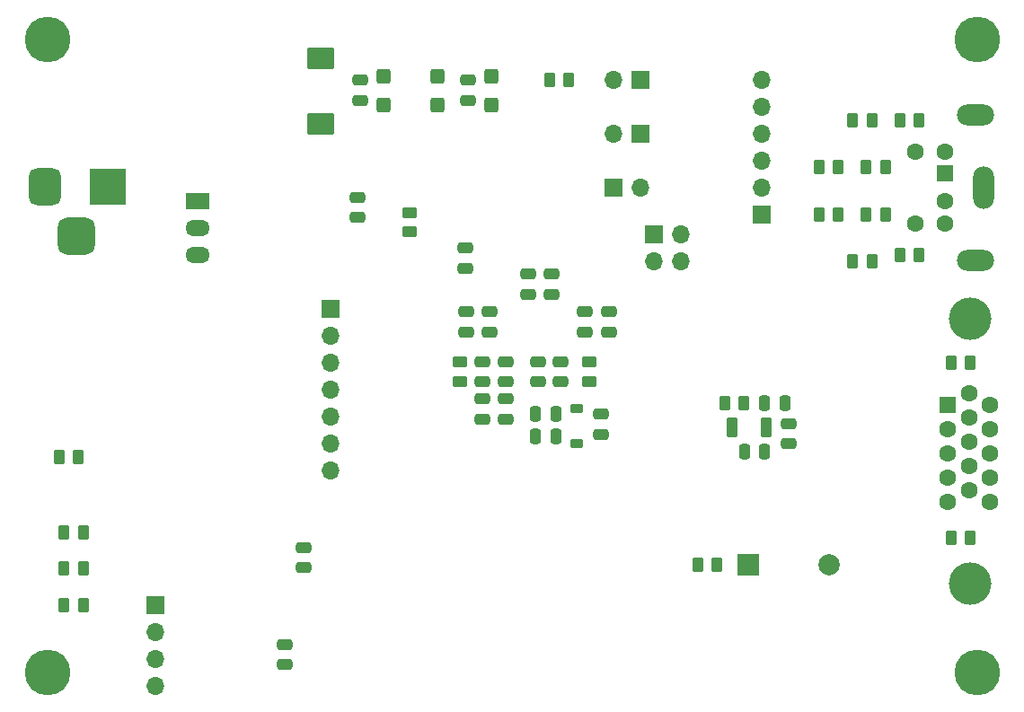
<source format=gbr>
%TF.GenerationSoftware,KiCad,Pcbnew,7.0.9-7.0.9~ubuntu20.04.1*%
%TF.CreationDate,2024-02-02T11:04:46+00:00*%
%TF.ProjectId,ICE40UPDevBoard,49434534-3055-4504-9465-76426f617264,rev?*%
%TF.SameCoordinates,Original*%
%TF.FileFunction,Soldermask,Bot*%
%TF.FilePolarity,Negative*%
%FSLAX46Y46*%
G04 Gerber Fmt 4.6, Leading zero omitted, Abs format (unit mm)*
G04 Created by KiCad (PCBNEW 7.0.9-7.0.9~ubuntu20.04.1) date 2024-02-02 11:04:46*
%MOMM*%
%LPD*%
G01*
G04 APERTURE LIST*
G04 Aperture macros list*
%AMRoundRect*
0 Rectangle with rounded corners*
0 $1 Rounding radius*
0 $2 $3 $4 $5 $6 $7 $8 $9 X,Y pos of 4 corners*
0 Add a 4 corners polygon primitive as box body*
4,1,4,$2,$3,$4,$5,$6,$7,$8,$9,$2,$3,0*
0 Add four circle primitives for the rounded corners*
1,1,$1+$1,$2,$3*
1,1,$1+$1,$4,$5*
1,1,$1+$1,$6,$7*
1,1,$1+$1,$8,$9*
0 Add four rect primitives between the rounded corners*
20,1,$1+$1,$2,$3,$4,$5,0*
20,1,$1+$1,$4,$5,$6,$7,0*
20,1,$1+$1,$6,$7,$8,$9,0*
20,1,$1+$1,$8,$9,$2,$3,0*%
G04 Aperture macros list end*
%ADD10C,4.300000*%
%ADD11R,1.700000X1.700000*%
%ADD12O,1.700000X1.700000*%
%ADD13R,2.300000X1.500000*%
%ADD14O,2.300000X1.500000*%
%ADD15R,1.600000X1.600000*%
%ADD16C,1.600000*%
%ADD17O,3.500000X2.000000*%
%ADD18O,2.000000X4.000000*%
%ADD19R,2.000000X2.000000*%
%ADD20C,2.000000*%
%ADD21R,3.500000X3.500000*%
%ADD22RoundRect,0.750000X-0.750000X-1.000000X0.750000X-1.000000X0.750000X1.000000X-0.750000X1.000000X0*%
%ADD23RoundRect,0.875000X-0.875000X-0.875000X0.875000X-0.875000X0.875000X0.875000X-0.875000X0.875000X0*%
%ADD24C,4.000000*%
%ADD25RoundRect,0.250000X-0.262500X-0.450000X0.262500X-0.450000X0.262500X0.450000X-0.262500X0.450000X0*%
%ADD26RoundRect,0.250000X-0.475000X0.250000X-0.475000X-0.250000X0.475000X-0.250000X0.475000X0.250000X0*%
%ADD27RoundRect,0.250000X0.475000X-0.250000X0.475000X0.250000X-0.475000X0.250000X-0.475000X-0.250000X0*%
%ADD28RoundRect,0.250000X0.425000X-0.450000X0.425000X0.450000X-0.425000X0.450000X-0.425000X-0.450000X0*%
%ADD29RoundRect,0.225000X0.375000X-0.225000X0.375000X0.225000X-0.375000X0.225000X-0.375000X-0.225000X0*%
%ADD30RoundRect,0.250000X0.262500X0.450000X-0.262500X0.450000X-0.262500X-0.450000X0.262500X-0.450000X0*%
%ADD31RoundRect,0.250000X0.450000X-0.262500X0.450000X0.262500X-0.450000X0.262500X-0.450000X-0.262500X0*%
%ADD32RoundRect,0.250000X-0.425000X0.450000X-0.425000X-0.450000X0.425000X-0.450000X0.425000X0.450000X0*%
%ADD33RoundRect,0.250000X0.275000X0.700000X-0.275000X0.700000X-0.275000X-0.700000X0.275000X-0.700000X0*%
%ADD34RoundRect,0.250000X0.250000X0.475000X-0.250000X0.475000X-0.250000X-0.475000X0.250000X-0.475000X0*%
%ADD35RoundRect,0.250000X-0.450000X0.262500X-0.450000X-0.262500X0.450000X-0.262500X0.450000X0.262500X0*%
%ADD36RoundRect,0.250000X1.025000X-0.787500X1.025000X0.787500X-1.025000X0.787500X-1.025000X-0.787500X0*%
%ADD37RoundRect,0.250000X-0.250000X-0.475000X0.250000X-0.475000X0.250000X0.475000X-0.250000X0.475000X0*%
G04 APERTURE END LIST*
D10*
%TO.C,H3*%
X156210000Y-130810000D03*
%TD*%
D11*
%TO.C,J4*%
X212090000Y-80010000D03*
D12*
X209550000Y-80010000D03*
%TD*%
D11*
%TO.C,J7*%
X223520000Y-87630000D03*
D12*
X223520000Y-85090000D03*
X223520000Y-82550000D03*
X223520000Y-80010000D03*
X223520000Y-77470000D03*
X223520000Y-74930000D03*
%TD*%
D11*
%TO.C,J8*%
X182880000Y-96520000D03*
D12*
X182880000Y-99060000D03*
X182880000Y-101600000D03*
X182880000Y-104140000D03*
X182880000Y-106680000D03*
X182880000Y-109220000D03*
X182880000Y-111760000D03*
%TD*%
D13*
%TO.C,U8*%
X170419500Y-86360000D03*
D14*
X170419500Y-88900000D03*
X170419500Y-91440000D03*
%TD*%
D11*
%TO.C,J5*%
X212095000Y-74930000D03*
D12*
X209555000Y-74930000D03*
%TD*%
D10*
%TO.C,H2*%
X156210000Y-71120000D03*
%TD*%
D15*
%TO.C,J3*%
X240825000Y-83790000D03*
D16*
X240825000Y-86390000D03*
X240825000Y-81690000D03*
X240825000Y-88490000D03*
X238025000Y-81690000D03*
X238025000Y-88490000D03*
D17*
X243675000Y-91940000D03*
D18*
X244475000Y-85090000D03*
D17*
X243675000Y-78240000D03*
%TD*%
D19*
%TO.C,SP1*%
X222270000Y-120650000D03*
D20*
X229870000Y-120650000D03*
%TD*%
D21*
%TO.C,CON2*%
X161956000Y-85021500D03*
D22*
X155956000Y-85021500D03*
D23*
X158956000Y-89721500D03*
%TD*%
D10*
%TO.C,H1*%
X243840000Y-71120000D03*
%TD*%
%TO.C,H4*%
X243840000Y-130810000D03*
%TD*%
D11*
%TO.C,J1*%
X209550000Y-85090000D03*
D12*
X212090000Y-85090000D03*
%TD*%
D11*
%TO.C,J6*%
X213360000Y-89535000D03*
D12*
X215900000Y-89535000D03*
X213360000Y-92075000D03*
X215900000Y-92075000D03*
%TD*%
D11*
%TO.C,J9*%
X166370000Y-124460000D03*
D12*
X166370000Y-127000000D03*
X166370000Y-129540000D03*
X166370000Y-132080000D03*
%TD*%
D24*
%TO.C,J2*%
X243160669Y-122434669D03*
X243160669Y-97434669D03*
D15*
X241110669Y-105619669D03*
D16*
X241110669Y-107909669D03*
X241110669Y-110199669D03*
X241110669Y-112489669D03*
X241110669Y-114779669D03*
X243090669Y-104474669D03*
X243090669Y-106764669D03*
X243090669Y-109054669D03*
X243090669Y-111344669D03*
X243090669Y-113634669D03*
X245070669Y-105619669D03*
X245070669Y-107909669D03*
X245070669Y-110199669D03*
X245070669Y-112489669D03*
X245070669Y-114779669D03*
%TD*%
D25*
%TO.C,R21*%
X203557500Y-74930000D03*
X205382500Y-74930000D03*
%TD*%
D26*
%TO.C,C24*%
X185420000Y-86045000D03*
X185420000Y-87945000D03*
%TD*%
D25*
%TO.C,R10*%
X241403500Y-118110000D03*
X243228500Y-118110000D03*
%TD*%
D27*
%TO.C,C16*%
X201549000Y-95184000D03*
X201549000Y-93284000D03*
%TD*%
D28*
%TO.C,C19*%
X193015000Y-77310000D03*
X193015000Y-74610000D03*
%TD*%
D29*
%TO.C,D1*%
X206121000Y-109219000D03*
X206121000Y-105919000D03*
%TD*%
D25*
%TO.C,R12*%
X233402500Y-87630000D03*
X235227500Y-87630000D03*
%TD*%
D27*
%TO.C,C26*%
X195707000Y-98740000D03*
X195707000Y-96840000D03*
%TD*%
D26*
%TO.C,C2*%
X195834000Y-74996000D03*
X195834000Y-76896000D03*
%TD*%
D30*
%TO.C,R28*%
X159599000Y-121031000D03*
X157774000Y-121031000D03*
%TD*%
D31*
%TO.C,R20*%
X190373000Y-89304500D03*
X190373000Y-87479500D03*
%TD*%
D26*
%TO.C,C18*%
X185674000Y-74996000D03*
X185674000Y-76896000D03*
%TD*%
D32*
%TO.C,C1*%
X187935000Y-74610000D03*
X187935000Y-77310000D03*
%TD*%
D26*
%TO.C,C21*%
X226060000Y-107381000D03*
X226060000Y-109281000D03*
%TD*%
D27*
%TO.C,C10*%
X197227000Y-106929000D03*
X197227000Y-105029000D03*
%TD*%
D30*
%TO.C,R16*%
X230782500Y-83185000D03*
X228957500Y-83185000D03*
%TD*%
D26*
%TO.C,C9*%
X195580000Y-90810000D03*
X195580000Y-92710000D03*
%TD*%
D33*
%TO.C,FB1*%
X223952000Y-107696000D03*
X220802000Y-107696000D03*
%TD*%
D30*
%TO.C,R14*%
X230782500Y-87630000D03*
X228957500Y-87630000D03*
%TD*%
D32*
%TO.C,C3*%
X198095000Y-74610000D03*
X198095000Y-77310000D03*
%TD*%
D26*
%TO.C,C27*%
X180340000Y-119065000D03*
X180340000Y-120965000D03*
%TD*%
D34*
%TO.C,C7*%
X204150000Y-106426000D03*
X202250000Y-106426000D03*
%TD*%
D30*
%TO.C,R17*%
X235227500Y-83185000D03*
X233402500Y-83185000D03*
%TD*%
D27*
%TO.C,C23*%
X203708000Y-95184000D03*
X203708000Y-93284000D03*
%TD*%
D26*
%TO.C,C28*%
X178640000Y-128209000D03*
X178640000Y-130109000D03*
%TD*%
D34*
%TO.C,C20*%
X225740000Y-105410000D03*
X223840000Y-105410000D03*
%TD*%
D27*
%TO.C,C5*%
X206883000Y-98740000D03*
X206883000Y-96840000D03*
%TD*%
%TO.C,C4*%
X209169000Y-98740000D03*
X209169000Y-96840000D03*
%TD*%
D35*
%TO.C,R5*%
X195072000Y-101576500D03*
X195072000Y-103401500D03*
%TD*%
D27*
%TO.C,C25*%
X197866000Y-98740000D03*
X197866000Y-96840000D03*
%TD*%
%TO.C,C6*%
X208407000Y-108392000D03*
X208407000Y-106492000D03*
%TD*%
D26*
%TO.C,C13*%
X199390000Y-101539000D03*
X199390000Y-103439000D03*
%TD*%
D36*
%TO.C,C17*%
X181991000Y-79123000D03*
X181991000Y-72898000D03*
%TD*%
D34*
%TO.C,C8*%
X204150000Y-108585000D03*
X202250000Y-108585000D03*
%TD*%
D27*
%TO.C,C11*%
X199390000Y-106929000D03*
X199390000Y-105029000D03*
%TD*%
D30*
%TO.C,R30*%
X159154500Y-110490000D03*
X157329500Y-110490000D03*
%TD*%
D35*
%TO.C,R2*%
X207264000Y-101576500D03*
X207264000Y-103401500D03*
%TD*%
D37*
%TO.C,C22*%
X221935000Y-109982000D03*
X223835000Y-109982000D03*
%TD*%
D30*
%TO.C,R13*%
X233957500Y-92075000D03*
X232132500Y-92075000D03*
%TD*%
D25*
%TO.C,R11*%
X236577500Y-91440000D03*
X238402500Y-91440000D03*
%TD*%
D30*
%TO.C,R27*%
X159599000Y-117602000D03*
X157774000Y-117602000D03*
%TD*%
D25*
%TO.C,R9*%
X241403500Y-101600000D03*
X243228500Y-101600000D03*
%TD*%
D26*
%TO.C,C15*%
X204597000Y-101539000D03*
X204597000Y-103439000D03*
%TD*%
D30*
%TO.C,R15*%
X233957500Y-78740000D03*
X232132500Y-78740000D03*
%TD*%
%TO.C,R8*%
X221892500Y-105410000D03*
X220067500Y-105410000D03*
%TD*%
%TO.C,R18*%
X238402500Y-78740000D03*
X236577500Y-78740000D03*
%TD*%
D25*
%TO.C,R32*%
X217537500Y-120650000D03*
X219362500Y-120650000D03*
%TD*%
D30*
%TO.C,R29*%
X159599000Y-124460000D03*
X157774000Y-124460000D03*
%TD*%
D26*
%TO.C,C14*%
X197231000Y-101539000D03*
X197231000Y-103439000D03*
%TD*%
%TO.C,C12*%
X202438000Y-101539000D03*
X202438000Y-103439000D03*
%TD*%
M02*

</source>
